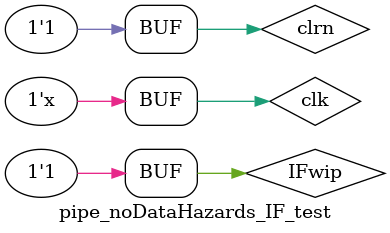
<source format=v>
`timescale 1ns / 1ps


module pipe_noDataHazards_IF_test;

	// Inputs
	reg IFwip;
	reg clk;
	reg clrn;

	// Outputs
	wire [31:0] inst;
	wire [31:0] pc;

	// Instantiate the Unit Under Test (UUT)
	pipe_noDataHazards_IF uut (
		.IFwip(IFwip), 
		.clk(clk), 
		.clrn(clrn), 
		.inst(inst), 
		.pc(pc)
	);

	always #50 clk = ~clk;
	initial begin
		// Initialize Inputs
		IFwip = 1;
		clk = 0;
		clrn = 0;

		// Wait 100 ns for global reset to finish
		#50;
		clrn = 1;
        
		// Add stimulus here

	end
      
endmodule


</source>
